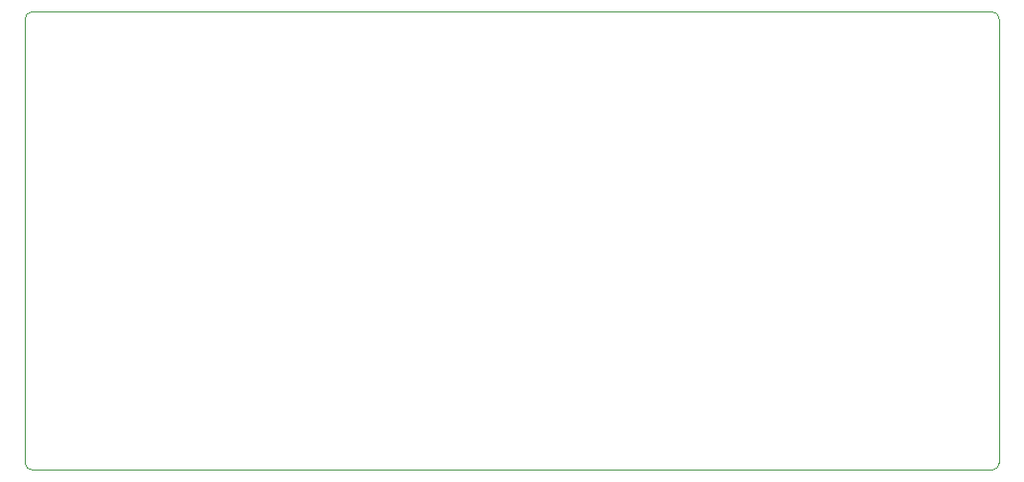
<source format=gm1>
G04 #@! TF.GenerationSoftware,KiCad,Pcbnew,6.0.9-8da3e8f707~116~ubuntu20.04.1*
G04 #@! TF.CreationDate,2023-03-05T21:16:07+01:00*
G04 #@! TF.ProjectId,pi4_pmod,7069345f-706d-46f6-942e-6b696361645f,rev?*
G04 #@! TF.SameCoordinates,Original*
G04 #@! TF.FileFunction,Profile,NP*
%FSLAX46Y46*%
G04 Gerber Fmt 4.6, Leading zero omitted, Abs format (unit mm)*
G04 Created by KiCad (PCBNEW 6.0.9-8da3e8f707~116~ubuntu20.04.1) date 2023-03-05 21:16:07*
%MOMM*%
%LPD*%
G01*
G04 APERTURE LIST*
G04 #@! TA.AperFunction,Profile*
%ADD10C,0.100000*%
G04 #@! TD*
G04 APERTURE END LIST*
D10*
X182880000Y-41910000D02*
G75*
G03*
X182245000Y-41275000I-635000J0D01*
G01*
X97155000Y-41275000D02*
G75*
G03*
X96520000Y-41910000I0J-635000D01*
G01*
X97155000Y-81915000D02*
X182245000Y-81915000D01*
X96520000Y-81280000D02*
G75*
G03*
X97155000Y-81915000I635000J0D01*
G01*
X182245000Y-81915000D02*
G75*
G03*
X182880000Y-81280000I0J635000D01*
G01*
X182880000Y-81280000D02*
X182880000Y-41910000D01*
X182245000Y-41275000D02*
X97155000Y-41275000D01*
X96520000Y-81280000D02*
X96520000Y-41910000D01*
M02*

</source>
